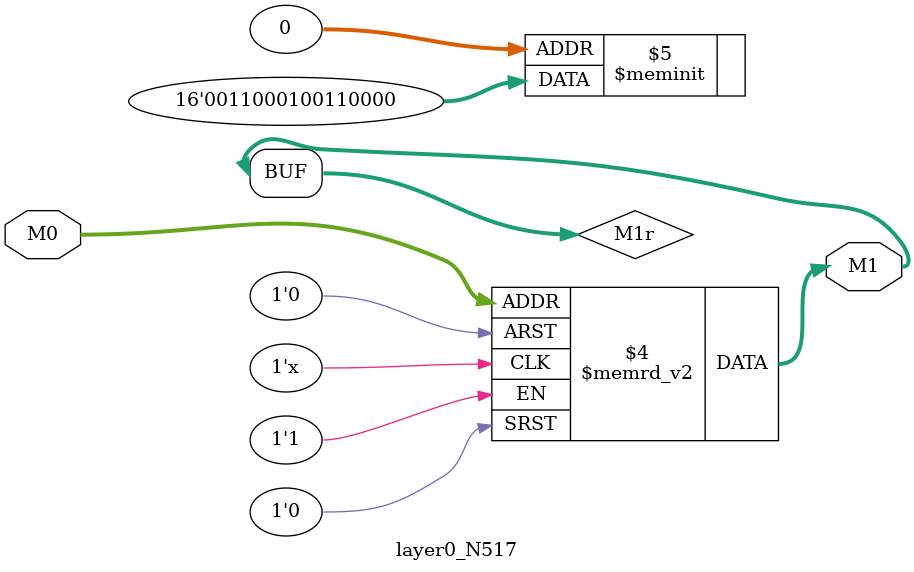
<source format=v>
module layer0_N517 ( input [2:0] M0, output [1:0] M1 );

	(*rom_style = "distributed" *) reg [1:0] M1r;
	assign M1 = M1r;
	always @ (M0) begin
		case (M0)
			3'b000: M1r = 2'b00;
			3'b100: M1r = 2'b01;
			3'b010: M1r = 2'b11;
			3'b110: M1r = 2'b11;
			3'b001: M1r = 2'b00;
			3'b101: M1r = 2'b00;
			3'b011: M1r = 2'b00;
			3'b111: M1r = 2'b00;

		endcase
	end
endmodule

</source>
